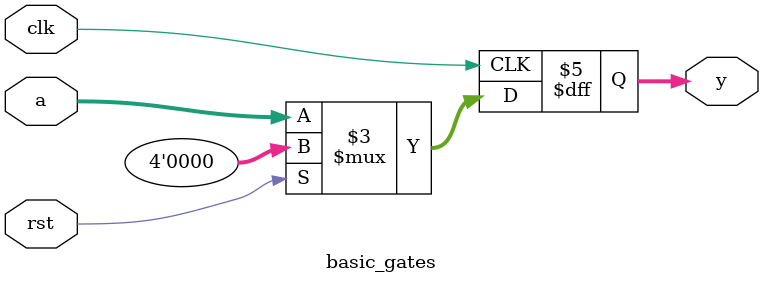
<source format=v>
/* 
 * Corevexis Semiconductor 
 * Example 91: BASIC GATES 
 */

module basic_gates (
    input clk,
    input rst,
    input [3:0] a,
    output reg [3:0] y
);

always @(posedge clk) begin
    if(rst) y <= 4'b0;
    else y <= a; 
end

endmodule
</source>
